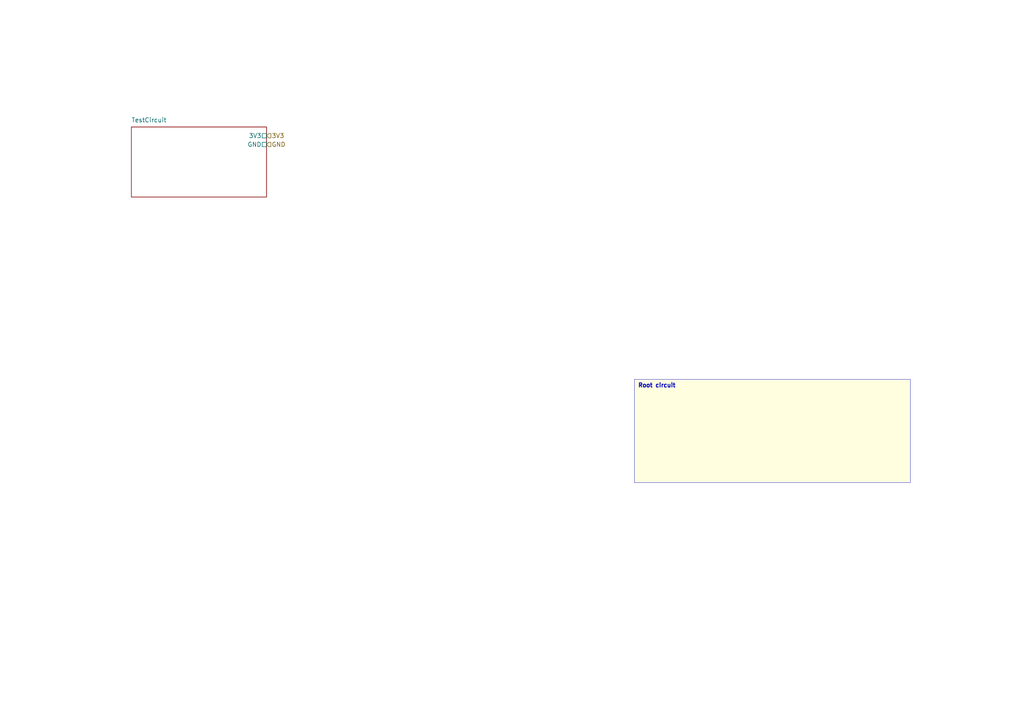
<source format=kicad_sch>
(kicad_sch
	(version 20250114)
	(generator "kicad_api")
	(generator_version 9.0)
	(uuid 9cb49c6e-0dae-4f0e-9ed2-ef09d7511a17)
	(paper A4)
	(lib_symbols)
	(paper A4)
	(title_block
		(title root)
		(date 2025-08-04)
		(company Circuit-Synth)
	)
	(hierarchical_label
		3V3
		(shape input)
		(at 77.31 39.37 0)
		(effects
			(font
				(size 1.27 1.27)
			)
			(justify left)
		)
		(uuid 7f055913-0a75-45ae-9292-1629d5ff4cc0)
	)
	(hierarchical_label
		GND
		(shape input)
		(at 77.31 41.910000000000004 0)
		(effects
			(font
				(size 1.27 1.27)
			)
			(justify left)
		)
		(uuid 75412957-ee08-4419-a17d-528fd3324450)
	)
	(sheet
		(at 38.1 36.83)
		(size 39.21 20.32)
		(stroke
			(width 0.12)
			(type solid)
		)
		(fill
			(color
				0
				0
				0
				0.0
			)
		)
		(uuid 8f21c935-7d36-4ce9-9025-5ed784b3628b)
		(property
			"Sheetname"
			"TestCircuit"
			(at 38.1 35.559999999999995 0)
			(effects
				(font
					(size 1.27 1.27)
				)
				(justify left bottom)
			)
		)
		(property
			"Sheetfile"
			"TestCircuit.kicad_sch"
			(at 38.1 58.42 0)
			(effects
				(font
					(size 1.27 1.27)
				)
				(justify left top)
				(hide yes)
			)
		)
		(pin
			3V3
			passive
			(at 76.04 39.37 0)
			(effects
				(font
					(size 1.27 1.27)
				)
				(justify right)
			)
			(uuid 67a8d152-ad18-48ec-8d98-c226a2c5097e)
		)
		(pin
			GND
			passive
			(at 76.04 41.910000000000004 0)
			(effects
				(font
					(size 1.27 1.27)
				)
				(justify right)
			)
			(uuid 7c834f94-cf77-4b1c-9c2b-c3f91557c126)
		)
		(instances
			(project
				"circuit_synth"
				(path
					"/"
					(page "1")
				)
			)
		)
	)
	(text_box
		"Root circuit"
		(exclude_from_sim yes)
		(at 184.0 110.0 0)
		(size 80.0 30.0)
		(margins
			1.0
			1.0
			1.0
			1.0
		)
		(stroke
			(width 0.1)
			(type solid)
		)
		(fill
			(type color)
			(color
				255
				255
				224
				1
			)
		)
		(effects
			(font
				(size 1.2 1.2)
				(thickness 0.254)
			)
			(justify left top)
		)
		(uuid b3e229b5-9c59-4be8-8623-506bf6b1fb1b)
	)
	(sheet_instances
		(path
			"/e4af6c70-bfc2-49f0-b19d-2e7ff8644b0e"
			(page "1")
		)
	)
	(embedded_fonts no)
	(sheet_instances
		(path
			"/"
			(page "1")
		)
	)
)
</source>
